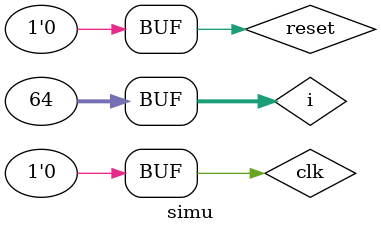
<source format=v>
`timescale 1ns / 1ps

module simu();
    reg clk;
    reg reset;
    wire [31:0] Inst_code;
    wire [31:0] ALU_F;
    wire OF;
    wire ZF;

    R_CPU r_cpu(clk, reset, Inst_code, ALU_F, OF, ZF);

    integer i;
    // reg [31:0] F_reg;
    // reg OF_reg, ZF_reg;
    initial begin
        clk = 0;
        reset = 0;
        #10;
        reset = 1;
        #10;
        reset = 0;
        for (i = 0; i < 64; i = i + 1) begin
            #10;
            clk = 1;
            #10;
            clk = 0;
        end
    end
endmodule

</source>
